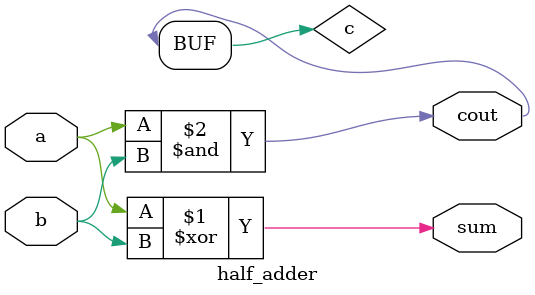
<source format=v>
module half_adder( 
input a, b,
output cout, sum );
	wire s, c;
	xor g1(sum, a, b);
	and g2(cout, a, b);
	or g21(c,cout,cout);
endmodule

</source>
